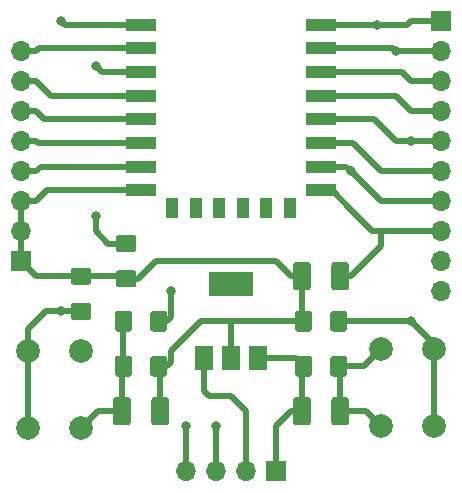
<source format=gbr>
G04 #@! TF.GenerationSoftware,KiCad,Pcbnew,5.1.5-52549c5~84~ubuntu16.04.1*
G04 #@! TF.CreationDate,2020-02-22T18:21:11+01:00*
G04 #@! TF.ProjectId,ESP-12F Board,4553502d-3132-4462-9042-6f6172642e6b,rev?*
G04 #@! TF.SameCoordinates,Original*
G04 #@! TF.FileFunction,Copper,L1,Top*
G04 #@! TF.FilePolarity,Positive*
%FSLAX46Y46*%
G04 Gerber Fmt 4.6, Leading zero omitted, Abs format (unit mm)*
G04 Created by KiCad (PCBNEW 5.1.5-52549c5~84~ubuntu16.04.1) date 2020-02-22 18:21:11*
%MOMM*%
%LPD*%
G04 APERTURE LIST*
%ADD10C,2.000000*%
%ADD11R,1.700000X1.700000*%
%ADD12O,1.700000X1.700000*%
%ADD13R,2.500000X1.000000*%
%ADD14R,1.000000X1.800000*%
%ADD15C,0.100000*%
%ADD16R,3.800000X2.000000*%
%ADD17R,1.500000X2.000000*%
%ADD18C,0.800000*%
%ADD19C,0.500000*%
G04 APERTURE END LIST*
D10*
X167640000Y-100180000D03*
X172140000Y-100180000D03*
X167640000Y-106680000D03*
X172140000Y-106680000D03*
X137740000Y-100330000D03*
X142240000Y-100330000D03*
X137740000Y-106830000D03*
X142240000Y-106830000D03*
D11*
X172720000Y-72390000D03*
D12*
X172720000Y-74930000D03*
X172720000Y-77470000D03*
X172720000Y-80010000D03*
X172720000Y-82550000D03*
X172720000Y-85090000D03*
X172720000Y-87630000D03*
X172720000Y-90170000D03*
X172720000Y-92710000D03*
X172720000Y-95250000D03*
D11*
X137160000Y-92710000D03*
D12*
X137160000Y-90170000D03*
X137160000Y-87630000D03*
X137160000Y-85090000D03*
X137160000Y-82550000D03*
X137160000Y-80010000D03*
X137160000Y-77470000D03*
X137160000Y-74930000D03*
D13*
X147340000Y-72700000D03*
X147340000Y-74700000D03*
X147340000Y-76700000D03*
X147340000Y-78700000D03*
X147340000Y-80700000D03*
X147340000Y-82700000D03*
X147340000Y-84700000D03*
X147340000Y-86700000D03*
D14*
X149940000Y-88200000D03*
X151940000Y-88200000D03*
X153940000Y-88200000D03*
X155940000Y-88200000D03*
X157940000Y-88200000D03*
X159940000Y-88200000D03*
D13*
X162540000Y-86700000D03*
X162540000Y-84700000D03*
X162540000Y-82700000D03*
X162540000Y-80700000D03*
X162540000Y-78700000D03*
X162540000Y-76700000D03*
X162540000Y-74700000D03*
X162540000Y-72700000D03*
G04 #@! TA.AperFunction,SMDPad,CuDef*
D15*
G36*
X149469504Y-104236204D02*
G01*
X149493773Y-104239804D01*
X149517571Y-104245765D01*
X149540671Y-104254030D01*
X149562849Y-104264520D01*
X149583893Y-104277133D01*
X149603598Y-104291747D01*
X149621777Y-104308223D01*
X149638253Y-104326402D01*
X149652867Y-104346107D01*
X149665480Y-104367151D01*
X149675970Y-104389329D01*
X149684235Y-104412429D01*
X149690196Y-104436227D01*
X149693796Y-104460496D01*
X149695000Y-104485000D01*
X149695000Y-106335000D01*
X149693796Y-106359504D01*
X149690196Y-106383773D01*
X149684235Y-106407571D01*
X149675970Y-106430671D01*
X149665480Y-106452849D01*
X149652867Y-106473893D01*
X149638253Y-106493598D01*
X149621777Y-106511777D01*
X149603598Y-106528253D01*
X149583893Y-106542867D01*
X149562849Y-106555480D01*
X149540671Y-106565970D01*
X149517571Y-106574235D01*
X149493773Y-106580196D01*
X149469504Y-106583796D01*
X149445000Y-106585000D01*
X148445000Y-106585000D01*
X148420496Y-106583796D01*
X148396227Y-106580196D01*
X148372429Y-106574235D01*
X148349329Y-106565970D01*
X148327151Y-106555480D01*
X148306107Y-106542867D01*
X148286402Y-106528253D01*
X148268223Y-106511777D01*
X148251747Y-106493598D01*
X148237133Y-106473893D01*
X148224520Y-106452849D01*
X148214030Y-106430671D01*
X148205765Y-106407571D01*
X148199804Y-106383773D01*
X148196204Y-106359504D01*
X148195000Y-106335000D01*
X148195000Y-104485000D01*
X148196204Y-104460496D01*
X148199804Y-104436227D01*
X148205765Y-104412429D01*
X148214030Y-104389329D01*
X148224520Y-104367151D01*
X148237133Y-104346107D01*
X148251747Y-104326402D01*
X148268223Y-104308223D01*
X148286402Y-104291747D01*
X148306107Y-104277133D01*
X148327151Y-104264520D01*
X148349329Y-104254030D01*
X148372429Y-104245765D01*
X148396227Y-104239804D01*
X148420496Y-104236204D01*
X148445000Y-104235000D01*
X149445000Y-104235000D01*
X149469504Y-104236204D01*
G37*
G04 #@! TD.AperFunction*
G04 #@! TA.AperFunction,SMDPad,CuDef*
G36*
X146219504Y-104236204D02*
G01*
X146243773Y-104239804D01*
X146267571Y-104245765D01*
X146290671Y-104254030D01*
X146312849Y-104264520D01*
X146333893Y-104277133D01*
X146353598Y-104291747D01*
X146371777Y-104308223D01*
X146388253Y-104326402D01*
X146402867Y-104346107D01*
X146415480Y-104367151D01*
X146425970Y-104389329D01*
X146434235Y-104412429D01*
X146440196Y-104436227D01*
X146443796Y-104460496D01*
X146445000Y-104485000D01*
X146445000Y-106335000D01*
X146443796Y-106359504D01*
X146440196Y-106383773D01*
X146434235Y-106407571D01*
X146425970Y-106430671D01*
X146415480Y-106452849D01*
X146402867Y-106473893D01*
X146388253Y-106493598D01*
X146371777Y-106511777D01*
X146353598Y-106528253D01*
X146333893Y-106542867D01*
X146312849Y-106555480D01*
X146290671Y-106565970D01*
X146267571Y-106574235D01*
X146243773Y-106580196D01*
X146219504Y-106583796D01*
X146195000Y-106585000D01*
X145195000Y-106585000D01*
X145170496Y-106583796D01*
X145146227Y-106580196D01*
X145122429Y-106574235D01*
X145099329Y-106565970D01*
X145077151Y-106555480D01*
X145056107Y-106542867D01*
X145036402Y-106528253D01*
X145018223Y-106511777D01*
X145001747Y-106493598D01*
X144987133Y-106473893D01*
X144974520Y-106452849D01*
X144964030Y-106430671D01*
X144955765Y-106407571D01*
X144949804Y-106383773D01*
X144946204Y-106359504D01*
X144945000Y-106335000D01*
X144945000Y-104485000D01*
X144946204Y-104460496D01*
X144949804Y-104436227D01*
X144955765Y-104412429D01*
X144964030Y-104389329D01*
X144974520Y-104367151D01*
X144987133Y-104346107D01*
X145001747Y-104326402D01*
X145018223Y-104308223D01*
X145036402Y-104291747D01*
X145056107Y-104277133D01*
X145077151Y-104264520D01*
X145099329Y-104254030D01*
X145122429Y-104245765D01*
X145146227Y-104239804D01*
X145170496Y-104236204D01*
X145195000Y-104235000D01*
X146195000Y-104235000D01*
X146219504Y-104236204D01*
G37*
G04 #@! TD.AperFunction*
G04 #@! TA.AperFunction,SMDPad,CuDef*
G36*
X164709504Y-104236204D02*
G01*
X164733773Y-104239804D01*
X164757571Y-104245765D01*
X164780671Y-104254030D01*
X164802849Y-104264520D01*
X164823893Y-104277133D01*
X164843598Y-104291747D01*
X164861777Y-104308223D01*
X164878253Y-104326402D01*
X164892867Y-104346107D01*
X164905480Y-104367151D01*
X164915970Y-104389329D01*
X164924235Y-104412429D01*
X164930196Y-104436227D01*
X164933796Y-104460496D01*
X164935000Y-104485000D01*
X164935000Y-106335000D01*
X164933796Y-106359504D01*
X164930196Y-106383773D01*
X164924235Y-106407571D01*
X164915970Y-106430671D01*
X164905480Y-106452849D01*
X164892867Y-106473893D01*
X164878253Y-106493598D01*
X164861777Y-106511777D01*
X164843598Y-106528253D01*
X164823893Y-106542867D01*
X164802849Y-106555480D01*
X164780671Y-106565970D01*
X164757571Y-106574235D01*
X164733773Y-106580196D01*
X164709504Y-106583796D01*
X164685000Y-106585000D01*
X163685000Y-106585000D01*
X163660496Y-106583796D01*
X163636227Y-106580196D01*
X163612429Y-106574235D01*
X163589329Y-106565970D01*
X163567151Y-106555480D01*
X163546107Y-106542867D01*
X163526402Y-106528253D01*
X163508223Y-106511777D01*
X163491747Y-106493598D01*
X163477133Y-106473893D01*
X163464520Y-106452849D01*
X163454030Y-106430671D01*
X163445765Y-106407571D01*
X163439804Y-106383773D01*
X163436204Y-106359504D01*
X163435000Y-106335000D01*
X163435000Y-104485000D01*
X163436204Y-104460496D01*
X163439804Y-104436227D01*
X163445765Y-104412429D01*
X163454030Y-104389329D01*
X163464520Y-104367151D01*
X163477133Y-104346107D01*
X163491747Y-104326402D01*
X163508223Y-104308223D01*
X163526402Y-104291747D01*
X163546107Y-104277133D01*
X163567151Y-104264520D01*
X163589329Y-104254030D01*
X163612429Y-104245765D01*
X163636227Y-104239804D01*
X163660496Y-104236204D01*
X163685000Y-104235000D01*
X164685000Y-104235000D01*
X164709504Y-104236204D01*
G37*
G04 #@! TD.AperFunction*
G04 #@! TA.AperFunction,SMDPad,CuDef*
G36*
X161459504Y-104236204D02*
G01*
X161483773Y-104239804D01*
X161507571Y-104245765D01*
X161530671Y-104254030D01*
X161552849Y-104264520D01*
X161573893Y-104277133D01*
X161593598Y-104291747D01*
X161611777Y-104308223D01*
X161628253Y-104326402D01*
X161642867Y-104346107D01*
X161655480Y-104367151D01*
X161665970Y-104389329D01*
X161674235Y-104412429D01*
X161680196Y-104436227D01*
X161683796Y-104460496D01*
X161685000Y-104485000D01*
X161685000Y-106335000D01*
X161683796Y-106359504D01*
X161680196Y-106383773D01*
X161674235Y-106407571D01*
X161665970Y-106430671D01*
X161655480Y-106452849D01*
X161642867Y-106473893D01*
X161628253Y-106493598D01*
X161611777Y-106511777D01*
X161593598Y-106528253D01*
X161573893Y-106542867D01*
X161552849Y-106555480D01*
X161530671Y-106565970D01*
X161507571Y-106574235D01*
X161483773Y-106580196D01*
X161459504Y-106583796D01*
X161435000Y-106585000D01*
X160435000Y-106585000D01*
X160410496Y-106583796D01*
X160386227Y-106580196D01*
X160362429Y-106574235D01*
X160339329Y-106565970D01*
X160317151Y-106555480D01*
X160296107Y-106542867D01*
X160276402Y-106528253D01*
X160258223Y-106511777D01*
X160241747Y-106493598D01*
X160227133Y-106473893D01*
X160214520Y-106452849D01*
X160204030Y-106430671D01*
X160195765Y-106407571D01*
X160189804Y-106383773D01*
X160186204Y-106359504D01*
X160185000Y-106335000D01*
X160185000Y-104485000D01*
X160186204Y-104460496D01*
X160189804Y-104436227D01*
X160195765Y-104412429D01*
X160204030Y-104389329D01*
X160214520Y-104367151D01*
X160227133Y-104346107D01*
X160241747Y-104326402D01*
X160258223Y-104308223D01*
X160276402Y-104291747D01*
X160296107Y-104277133D01*
X160317151Y-104264520D01*
X160339329Y-104254030D01*
X160362429Y-104245765D01*
X160386227Y-104239804D01*
X160410496Y-104236204D01*
X160435000Y-104235000D01*
X161435000Y-104235000D01*
X161459504Y-104236204D01*
G37*
G04 #@! TD.AperFunction*
G04 #@! TA.AperFunction,SMDPad,CuDef*
G36*
X164534504Y-100726204D02*
G01*
X164558773Y-100729804D01*
X164582571Y-100735765D01*
X164605671Y-100744030D01*
X164627849Y-100754520D01*
X164648893Y-100767133D01*
X164668598Y-100781747D01*
X164686777Y-100798223D01*
X164703253Y-100816402D01*
X164717867Y-100836107D01*
X164730480Y-100857151D01*
X164740970Y-100879329D01*
X164749235Y-100902429D01*
X164755196Y-100926227D01*
X164758796Y-100950496D01*
X164760000Y-100975000D01*
X164760000Y-102225000D01*
X164758796Y-102249504D01*
X164755196Y-102273773D01*
X164749235Y-102297571D01*
X164740970Y-102320671D01*
X164730480Y-102342849D01*
X164717867Y-102363893D01*
X164703253Y-102383598D01*
X164686777Y-102401777D01*
X164668598Y-102418253D01*
X164648893Y-102432867D01*
X164627849Y-102445480D01*
X164605671Y-102455970D01*
X164582571Y-102464235D01*
X164558773Y-102470196D01*
X164534504Y-102473796D01*
X164510000Y-102475000D01*
X163585000Y-102475000D01*
X163560496Y-102473796D01*
X163536227Y-102470196D01*
X163512429Y-102464235D01*
X163489329Y-102455970D01*
X163467151Y-102445480D01*
X163446107Y-102432867D01*
X163426402Y-102418253D01*
X163408223Y-102401777D01*
X163391747Y-102383598D01*
X163377133Y-102363893D01*
X163364520Y-102342849D01*
X163354030Y-102320671D01*
X163345765Y-102297571D01*
X163339804Y-102273773D01*
X163336204Y-102249504D01*
X163335000Y-102225000D01*
X163335000Y-100975000D01*
X163336204Y-100950496D01*
X163339804Y-100926227D01*
X163345765Y-100902429D01*
X163354030Y-100879329D01*
X163364520Y-100857151D01*
X163377133Y-100836107D01*
X163391747Y-100816402D01*
X163408223Y-100798223D01*
X163426402Y-100781747D01*
X163446107Y-100767133D01*
X163467151Y-100754520D01*
X163489329Y-100744030D01*
X163512429Y-100735765D01*
X163536227Y-100729804D01*
X163560496Y-100726204D01*
X163585000Y-100725000D01*
X164510000Y-100725000D01*
X164534504Y-100726204D01*
G37*
G04 #@! TD.AperFunction*
G04 #@! TA.AperFunction,SMDPad,CuDef*
G36*
X161559504Y-100726204D02*
G01*
X161583773Y-100729804D01*
X161607571Y-100735765D01*
X161630671Y-100744030D01*
X161652849Y-100754520D01*
X161673893Y-100767133D01*
X161693598Y-100781747D01*
X161711777Y-100798223D01*
X161728253Y-100816402D01*
X161742867Y-100836107D01*
X161755480Y-100857151D01*
X161765970Y-100879329D01*
X161774235Y-100902429D01*
X161780196Y-100926227D01*
X161783796Y-100950496D01*
X161785000Y-100975000D01*
X161785000Y-102225000D01*
X161783796Y-102249504D01*
X161780196Y-102273773D01*
X161774235Y-102297571D01*
X161765970Y-102320671D01*
X161755480Y-102342849D01*
X161742867Y-102363893D01*
X161728253Y-102383598D01*
X161711777Y-102401777D01*
X161693598Y-102418253D01*
X161673893Y-102432867D01*
X161652849Y-102445480D01*
X161630671Y-102455970D01*
X161607571Y-102464235D01*
X161583773Y-102470196D01*
X161559504Y-102473796D01*
X161535000Y-102475000D01*
X160610000Y-102475000D01*
X160585496Y-102473796D01*
X160561227Y-102470196D01*
X160537429Y-102464235D01*
X160514329Y-102455970D01*
X160492151Y-102445480D01*
X160471107Y-102432867D01*
X160451402Y-102418253D01*
X160433223Y-102401777D01*
X160416747Y-102383598D01*
X160402133Y-102363893D01*
X160389520Y-102342849D01*
X160379030Y-102320671D01*
X160370765Y-102297571D01*
X160364804Y-102273773D01*
X160361204Y-102249504D01*
X160360000Y-102225000D01*
X160360000Y-100975000D01*
X160361204Y-100950496D01*
X160364804Y-100926227D01*
X160370765Y-100902429D01*
X160379030Y-100879329D01*
X160389520Y-100857151D01*
X160402133Y-100836107D01*
X160416747Y-100816402D01*
X160433223Y-100798223D01*
X160451402Y-100781747D01*
X160471107Y-100767133D01*
X160492151Y-100754520D01*
X160514329Y-100744030D01*
X160537429Y-100735765D01*
X160561227Y-100729804D01*
X160585496Y-100726204D01*
X160610000Y-100725000D01*
X161535000Y-100725000D01*
X161559504Y-100726204D01*
G37*
G04 #@! TD.AperFunction*
G04 #@! TA.AperFunction,SMDPad,CuDef*
G36*
X149294504Y-100726204D02*
G01*
X149318773Y-100729804D01*
X149342571Y-100735765D01*
X149365671Y-100744030D01*
X149387849Y-100754520D01*
X149408893Y-100767133D01*
X149428598Y-100781747D01*
X149446777Y-100798223D01*
X149463253Y-100816402D01*
X149477867Y-100836107D01*
X149490480Y-100857151D01*
X149500970Y-100879329D01*
X149509235Y-100902429D01*
X149515196Y-100926227D01*
X149518796Y-100950496D01*
X149520000Y-100975000D01*
X149520000Y-102225000D01*
X149518796Y-102249504D01*
X149515196Y-102273773D01*
X149509235Y-102297571D01*
X149500970Y-102320671D01*
X149490480Y-102342849D01*
X149477867Y-102363893D01*
X149463253Y-102383598D01*
X149446777Y-102401777D01*
X149428598Y-102418253D01*
X149408893Y-102432867D01*
X149387849Y-102445480D01*
X149365671Y-102455970D01*
X149342571Y-102464235D01*
X149318773Y-102470196D01*
X149294504Y-102473796D01*
X149270000Y-102475000D01*
X148345000Y-102475000D01*
X148320496Y-102473796D01*
X148296227Y-102470196D01*
X148272429Y-102464235D01*
X148249329Y-102455970D01*
X148227151Y-102445480D01*
X148206107Y-102432867D01*
X148186402Y-102418253D01*
X148168223Y-102401777D01*
X148151747Y-102383598D01*
X148137133Y-102363893D01*
X148124520Y-102342849D01*
X148114030Y-102320671D01*
X148105765Y-102297571D01*
X148099804Y-102273773D01*
X148096204Y-102249504D01*
X148095000Y-102225000D01*
X148095000Y-100975000D01*
X148096204Y-100950496D01*
X148099804Y-100926227D01*
X148105765Y-100902429D01*
X148114030Y-100879329D01*
X148124520Y-100857151D01*
X148137133Y-100836107D01*
X148151747Y-100816402D01*
X148168223Y-100798223D01*
X148186402Y-100781747D01*
X148206107Y-100767133D01*
X148227151Y-100754520D01*
X148249329Y-100744030D01*
X148272429Y-100735765D01*
X148296227Y-100729804D01*
X148320496Y-100726204D01*
X148345000Y-100725000D01*
X149270000Y-100725000D01*
X149294504Y-100726204D01*
G37*
G04 #@! TD.AperFunction*
G04 #@! TA.AperFunction,SMDPad,CuDef*
G36*
X146319504Y-100726204D02*
G01*
X146343773Y-100729804D01*
X146367571Y-100735765D01*
X146390671Y-100744030D01*
X146412849Y-100754520D01*
X146433893Y-100767133D01*
X146453598Y-100781747D01*
X146471777Y-100798223D01*
X146488253Y-100816402D01*
X146502867Y-100836107D01*
X146515480Y-100857151D01*
X146525970Y-100879329D01*
X146534235Y-100902429D01*
X146540196Y-100926227D01*
X146543796Y-100950496D01*
X146545000Y-100975000D01*
X146545000Y-102225000D01*
X146543796Y-102249504D01*
X146540196Y-102273773D01*
X146534235Y-102297571D01*
X146525970Y-102320671D01*
X146515480Y-102342849D01*
X146502867Y-102363893D01*
X146488253Y-102383598D01*
X146471777Y-102401777D01*
X146453598Y-102418253D01*
X146433893Y-102432867D01*
X146412849Y-102445480D01*
X146390671Y-102455970D01*
X146367571Y-102464235D01*
X146343773Y-102470196D01*
X146319504Y-102473796D01*
X146295000Y-102475000D01*
X145370000Y-102475000D01*
X145345496Y-102473796D01*
X145321227Y-102470196D01*
X145297429Y-102464235D01*
X145274329Y-102455970D01*
X145252151Y-102445480D01*
X145231107Y-102432867D01*
X145211402Y-102418253D01*
X145193223Y-102401777D01*
X145176747Y-102383598D01*
X145162133Y-102363893D01*
X145149520Y-102342849D01*
X145139030Y-102320671D01*
X145130765Y-102297571D01*
X145124804Y-102273773D01*
X145121204Y-102249504D01*
X145120000Y-102225000D01*
X145120000Y-100975000D01*
X145121204Y-100950496D01*
X145124804Y-100926227D01*
X145130765Y-100902429D01*
X145139030Y-100879329D01*
X145149520Y-100857151D01*
X145162133Y-100836107D01*
X145176747Y-100816402D01*
X145193223Y-100798223D01*
X145211402Y-100781747D01*
X145231107Y-100767133D01*
X145252151Y-100754520D01*
X145274329Y-100744030D01*
X145297429Y-100735765D01*
X145321227Y-100729804D01*
X145345496Y-100726204D01*
X145370000Y-100725000D01*
X146295000Y-100725000D01*
X146319504Y-100726204D01*
G37*
G04 #@! TD.AperFunction*
G04 #@! TA.AperFunction,SMDPad,CuDef*
G36*
X161459504Y-92806204D02*
G01*
X161483773Y-92809804D01*
X161507571Y-92815765D01*
X161530671Y-92824030D01*
X161552849Y-92834520D01*
X161573893Y-92847133D01*
X161593598Y-92861747D01*
X161611777Y-92878223D01*
X161628253Y-92896402D01*
X161642867Y-92916107D01*
X161655480Y-92937151D01*
X161665970Y-92959329D01*
X161674235Y-92982429D01*
X161680196Y-93006227D01*
X161683796Y-93030496D01*
X161685000Y-93055000D01*
X161685000Y-94905000D01*
X161683796Y-94929504D01*
X161680196Y-94953773D01*
X161674235Y-94977571D01*
X161665970Y-95000671D01*
X161655480Y-95022849D01*
X161642867Y-95043893D01*
X161628253Y-95063598D01*
X161611777Y-95081777D01*
X161593598Y-95098253D01*
X161573893Y-95112867D01*
X161552849Y-95125480D01*
X161530671Y-95135970D01*
X161507571Y-95144235D01*
X161483773Y-95150196D01*
X161459504Y-95153796D01*
X161435000Y-95155000D01*
X160435000Y-95155000D01*
X160410496Y-95153796D01*
X160386227Y-95150196D01*
X160362429Y-95144235D01*
X160339329Y-95135970D01*
X160317151Y-95125480D01*
X160296107Y-95112867D01*
X160276402Y-95098253D01*
X160258223Y-95081777D01*
X160241747Y-95063598D01*
X160227133Y-95043893D01*
X160214520Y-95022849D01*
X160204030Y-95000671D01*
X160195765Y-94977571D01*
X160189804Y-94953773D01*
X160186204Y-94929504D01*
X160185000Y-94905000D01*
X160185000Y-93055000D01*
X160186204Y-93030496D01*
X160189804Y-93006227D01*
X160195765Y-92982429D01*
X160204030Y-92959329D01*
X160214520Y-92937151D01*
X160227133Y-92916107D01*
X160241747Y-92896402D01*
X160258223Y-92878223D01*
X160276402Y-92861747D01*
X160296107Y-92847133D01*
X160317151Y-92834520D01*
X160339329Y-92824030D01*
X160362429Y-92815765D01*
X160386227Y-92809804D01*
X160410496Y-92806204D01*
X160435000Y-92805000D01*
X161435000Y-92805000D01*
X161459504Y-92806204D01*
G37*
G04 #@! TD.AperFunction*
G04 #@! TA.AperFunction,SMDPad,CuDef*
G36*
X164709504Y-92806204D02*
G01*
X164733773Y-92809804D01*
X164757571Y-92815765D01*
X164780671Y-92824030D01*
X164802849Y-92834520D01*
X164823893Y-92847133D01*
X164843598Y-92861747D01*
X164861777Y-92878223D01*
X164878253Y-92896402D01*
X164892867Y-92916107D01*
X164905480Y-92937151D01*
X164915970Y-92959329D01*
X164924235Y-92982429D01*
X164930196Y-93006227D01*
X164933796Y-93030496D01*
X164935000Y-93055000D01*
X164935000Y-94905000D01*
X164933796Y-94929504D01*
X164930196Y-94953773D01*
X164924235Y-94977571D01*
X164915970Y-95000671D01*
X164905480Y-95022849D01*
X164892867Y-95043893D01*
X164878253Y-95063598D01*
X164861777Y-95081777D01*
X164843598Y-95098253D01*
X164823893Y-95112867D01*
X164802849Y-95125480D01*
X164780671Y-95135970D01*
X164757571Y-95144235D01*
X164733773Y-95150196D01*
X164709504Y-95153796D01*
X164685000Y-95155000D01*
X163685000Y-95155000D01*
X163660496Y-95153796D01*
X163636227Y-95150196D01*
X163612429Y-95144235D01*
X163589329Y-95135970D01*
X163567151Y-95125480D01*
X163546107Y-95112867D01*
X163526402Y-95098253D01*
X163508223Y-95081777D01*
X163491747Y-95063598D01*
X163477133Y-95043893D01*
X163464520Y-95022849D01*
X163454030Y-95000671D01*
X163445765Y-94977571D01*
X163439804Y-94953773D01*
X163436204Y-94929504D01*
X163435000Y-94905000D01*
X163435000Y-93055000D01*
X163436204Y-93030496D01*
X163439804Y-93006227D01*
X163445765Y-92982429D01*
X163454030Y-92959329D01*
X163464520Y-92937151D01*
X163477133Y-92916107D01*
X163491747Y-92896402D01*
X163508223Y-92878223D01*
X163526402Y-92861747D01*
X163546107Y-92847133D01*
X163567151Y-92834520D01*
X163589329Y-92824030D01*
X163612429Y-92815765D01*
X163636227Y-92809804D01*
X163660496Y-92806204D01*
X163685000Y-92805000D01*
X164685000Y-92805000D01*
X164709504Y-92806204D01*
G37*
G04 #@! TD.AperFunction*
G04 #@! TA.AperFunction,SMDPad,CuDef*
G36*
X146699504Y-90511204D02*
G01*
X146723773Y-90514804D01*
X146747571Y-90520765D01*
X146770671Y-90529030D01*
X146792849Y-90539520D01*
X146813893Y-90552133D01*
X146833598Y-90566747D01*
X146851777Y-90583223D01*
X146868253Y-90601402D01*
X146882867Y-90621107D01*
X146895480Y-90642151D01*
X146905970Y-90664329D01*
X146914235Y-90687429D01*
X146920196Y-90711227D01*
X146923796Y-90735496D01*
X146925000Y-90760000D01*
X146925000Y-91685000D01*
X146923796Y-91709504D01*
X146920196Y-91733773D01*
X146914235Y-91757571D01*
X146905970Y-91780671D01*
X146895480Y-91802849D01*
X146882867Y-91823893D01*
X146868253Y-91843598D01*
X146851777Y-91861777D01*
X146833598Y-91878253D01*
X146813893Y-91892867D01*
X146792849Y-91905480D01*
X146770671Y-91915970D01*
X146747571Y-91924235D01*
X146723773Y-91930196D01*
X146699504Y-91933796D01*
X146675000Y-91935000D01*
X145425000Y-91935000D01*
X145400496Y-91933796D01*
X145376227Y-91930196D01*
X145352429Y-91924235D01*
X145329329Y-91915970D01*
X145307151Y-91905480D01*
X145286107Y-91892867D01*
X145266402Y-91878253D01*
X145248223Y-91861777D01*
X145231747Y-91843598D01*
X145217133Y-91823893D01*
X145204520Y-91802849D01*
X145194030Y-91780671D01*
X145185765Y-91757571D01*
X145179804Y-91733773D01*
X145176204Y-91709504D01*
X145175000Y-91685000D01*
X145175000Y-90760000D01*
X145176204Y-90735496D01*
X145179804Y-90711227D01*
X145185765Y-90687429D01*
X145194030Y-90664329D01*
X145204520Y-90642151D01*
X145217133Y-90621107D01*
X145231747Y-90601402D01*
X145248223Y-90583223D01*
X145266402Y-90566747D01*
X145286107Y-90552133D01*
X145307151Y-90539520D01*
X145329329Y-90529030D01*
X145352429Y-90520765D01*
X145376227Y-90514804D01*
X145400496Y-90511204D01*
X145425000Y-90510000D01*
X146675000Y-90510000D01*
X146699504Y-90511204D01*
G37*
G04 #@! TD.AperFunction*
G04 #@! TA.AperFunction,SMDPad,CuDef*
G36*
X146699504Y-93486204D02*
G01*
X146723773Y-93489804D01*
X146747571Y-93495765D01*
X146770671Y-93504030D01*
X146792849Y-93514520D01*
X146813893Y-93527133D01*
X146833598Y-93541747D01*
X146851777Y-93558223D01*
X146868253Y-93576402D01*
X146882867Y-93596107D01*
X146895480Y-93617151D01*
X146905970Y-93639329D01*
X146914235Y-93662429D01*
X146920196Y-93686227D01*
X146923796Y-93710496D01*
X146925000Y-93735000D01*
X146925000Y-94660000D01*
X146923796Y-94684504D01*
X146920196Y-94708773D01*
X146914235Y-94732571D01*
X146905970Y-94755671D01*
X146895480Y-94777849D01*
X146882867Y-94798893D01*
X146868253Y-94818598D01*
X146851777Y-94836777D01*
X146833598Y-94853253D01*
X146813893Y-94867867D01*
X146792849Y-94880480D01*
X146770671Y-94890970D01*
X146747571Y-94899235D01*
X146723773Y-94905196D01*
X146699504Y-94908796D01*
X146675000Y-94910000D01*
X145425000Y-94910000D01*
X145400496Y-94908796D01*
X145376227Y-94905196D01*
X145352429Y-94899235D01*
X145329329Y-94890970D01*
X145307151Y-94880480D01*
X145286107Y-94867867D01*
X145266402Y-94853253D01*
X145248223Y-94836777D01*
X145231747Y-94818598D01*
X145217133Y-94798893D01*
X145204520Y-94777849D01*
X145194030Y-94755671D01*
X145185765Y-94732571D01*
X145179804Y-94708773D01*
X145176204Y-94684504D01*
X145175000Y-94660000D01*
X145175000Y-93735000D01*
X145176204Y-93710496D01*
X145179804Y-93686227D01*
X145185765Y-93662429D01*
X145194030Y-93639329D01*
X145204520Y-93617151D01*
X145217133Y-93596107D01*
X145231747Y-93576402D01*
X145248223Y-93558223D01*
X145266402Y-93541747D01*
X145286107Y-93527133D01*
X145307151Y-93514520D01*
X145329329Y-93504030D01*
X145352429Y-93495765D01*
X145376227Y-93489804D01*
X145400496Y-93486204D01*
X145425000Y-93485000D01*
X146675000Y-93485000D01*
X146699504Y-93486204D01*
G37*
G04 #@! TD.AperFunction*
G04 #@! TA.AperFunction,SMDPad,CuDef*
G36*
X142889504Y-93268704D02*
G01*
X142913773Y-93272304D01*
X142937571Y-93278265D01*
X142960671Y-93286530D01*
X142982849Y-93297020D01*
X143003893Y-93309633D01*
X143023598Y-93324247D01*
X143041777Y-93340723D01*
X143058253Y-93358902D01*
X143072867Y-93378607D01*
X143085480Y-93399651D01*
X143095970Y-93421829D01*
X143104235Y-93444929D01*
X143110196Y-93468727D01*
X143113796Y-93492996D01*
X143115000Y-93517500D01*
X143115000Y-94442500D01*
X143113796Y-94467004D01*
X143110196Y-94491273D01*
X143104235Y-94515071D01*
X143095970Y-94538171D01*
X143085480Y-94560349D01*
X143072867Y-94581393D01*
X143058253Y-94601098D01*
X143041777Y-94619277D01*
X143023598Y-94635753D01*
X143003893Y-94650367D01*
X142982849Y-94662980D01*
X142960671Y-94673470D01*
X142937571Y-94681735D01*
X142913773Y-94687696D01*
X142889504Y-94691296D01*
X142865000Y-94692500D01*
X141615000Y-94692500D01*
X141590496Y-94691296D01*
X141566227Y-94687696D01*
X141542429Y-94681735D01*
X141519329Y-94673470D01*
X141497151Y-94662980D01*
X141476107Y-94650367D01*
X141456402Y-94635753D01*
X141438223Y-94619277D01*
X141421747Y-94601098D01*
X141407133Y-94581393D01*
X141394520Y-94560349D01*
X141384030Y-94538171D01*
X141375765Y-94515071D01*
X141369804Y-94491273D01*
X141366204Y-94467004D01*
X141365000Y-94442500D01*
X141365000Y-93517500D01*
X141366204Y-93492996D01*
X141369804Y-93468727D01*
X141375765Y-93444929D01*
X141384030Y-93421829D01*
X141394520Y-93399651D01*
X141407133Y-93378607D01*
X141421747Y-93358902D01*
X141438223Y-93340723D01*
X141456402Y-93324247D01*
X141476107Y-93309633D01*
X141497151Y-93297020D01*
X141519329Y-93286530D01*
X141542429Y-93278265D01*
X141566227Y-93272304D01*
X141590496Y-93268704D01*
X141615000Y-93267500D01*
X142865000Y-93267500D01*
X142889504Y-93268704D01*
G37*
G04 #@! TD.AperFunction*
G04 #@! TA.AperFunction,SMDPad,CuDef*
G36*
X142889504Y-96243704D02*
G01*
X142913773Y-96247304D01*
X142937571Y-96253265D01*
X142960671Y-96261530D01*
X142982849Y-96272020D01*
X143003893Y-96284633D01*
X143023598Y-96299247D01*
X143041777Y-96315723D01*
X143058253Y-96333902D01*
X143072867Y-96353607D01*
X143085480Y-96374651D01*
X143095970Y-96396829D01*
X143104235Y-96419929D01*
X143110196Y-96443727D01*
X143113796Y-96467996D01*
X143115000Y-96492500D01*
X143115000Y-97417500D01*
X143113796Y-97442004D01*
X143110196Y-97466273D01*
X143104235Y-97490071D01*
X143095970Y-97513171D01*
X143085480Y-97535349D01*
X143072867Y-97556393D01*
X143058253Y-97576098D01*
X143041777Y-97594277D01*
X143023598Y-97610753D01*
X143003893Y-97625367D01*
X142982849Y-97637980D01*
X142960671Y-97648470D01*
X142937571Y-97656735D01*
X142913773Y-97662696D01*
X142889504Y-97666296D01*
X142865000Y-97667500D01*
X141615000Y-97667500D01*
X141590496Y-97666296D01*
X141566227Y-97662696D01*
X141542429Y-97656735D01*
X141519329Y-97648470D01*
X141497151Y-97637980D01*
X141476107Y-97625367D01*
X141456402Y-97610753D01*
X141438223Y-97594277D01*
X141421747Y-97576098D01*
X141407133Y-97556393D01*
X141394520Y-97535349D01*
X141384030Y-97513171D01*
X141375765Y-97490071D01*
X141369804Y-97466273D01*
X141366204Y-97442004D01*
X141365000Y-97417500D01*
X141365000Y-96492500D01*
X141366204Y-96467996D01*
X141369804Y-96443727D01*
X141375765Y-96419929D01*
X141384030Y-96396829D01*
X141394520Y-96374651D01*
X141407133Y-96353607D01*
X141421747Y-96333902D01*
X141438223Y-96315723D01*
X141456402Y-96299247D01*
X141476107Y-96284633D01*
X141497151Y-96272020D01*
X141519329Y-96261530D01*
X141542429Y-96253265D01*
X141566227Y-96247304D01*
X141590496Y-96243704D01*
X141615000Y-96242500D01*
X142865000Y-96242500D01*
X142889504Y-96243704D01*
G37*
G04 #@! TD.AperFunction*
G04 #@! TA.AperFunction,SMDPad,CuDef*
G36*
X146319504Y-96916204D02*
G01*
X146343773Y-96919804D01*
X146367571Y-96925765D01*
X146390671Y-96934030D01*
X146412849Y-96944520D01*
X146433893Y-96957133D01*
X146453598Y-96971747D01*
X146471777Y-96988223D01*
X146488253Y-97006402D01*
X146502867Y-97026107D01*
X146515480Y-97047151D01*
X146525970Y-97069329D01*
X146534235Y-97092429D01*
X146540196Y-97116227D01*
X146543796Y-97140496D01*
X146545000Y-97165000D01*
X146545000Y-98415000D01*
X146543796Y-98439504D01*
X146540196Y-98463773D01*
X146534235Y-98487571D01*
X146525970Y-98510671D01*
X146515480Y-98532849D01*
X146502867Y-98553893D01*
X146488253Y-98573598D01*
X146471777Y-98591777D01*
X146453598Y-98608253D01*
X146433893Y-98622867D01*
X146412849Y-98635480D01*
X146390671Y-98645970D01*
X146367571Y-98654235D01*
X146343773Y-98660196D01*
X146319504Y-98663796D01*
X146295000Y-98665000D01*
X145370000Y-98665000D01*
X145345496Y-98663796D01*
X145321227Y-98660196D01*
X145297429Y-98654235D01*
X145274329Y-98645970D01*
X145252151Y-98635480D01*
X145231107Y-98622867D01*
X145211402Y-98608253D01*
X145193223Y-98591777D01*
X145176747Y-98573598D01*
X145162133Y-98553893D01*
X145149520Y-98532849D01*
X145139030Y-98510671D01*
X145130765Y-98487571D01*
X145124804Y-98463773D01*
X145121204Y-98439504D01*
X145120000Y-98415000D01*
X145120000Y-97165000D01*
X145121204Y-97140496D01*
X145124804Y-97116227D01*
X145130765Y-97092429D01*
X145139030Y-97069329D01*
X145149520Y-97047151D01*
X145162133Y-97026107D01*
X145176747Y-97006402D01*
X145193223Y-96988223D01*
X145211402Y-96971747D01*
X145231107Y-96957133D01*
X145252151Y-96944520D01*
X145274329Y-96934030D01*
X145297429Y-96925765D01*
X145321227Y-96919804D01*
X145345496Y-96916204D01*
X145370000Y-96915000D01*
X146295000Y-96915000D01*
X146319504Y-96916204D01*
G37*
G04 #@! TD.AperFunction*
G04 #@! TA.AperFunction,SMDPad,CuDef*
G36*
X149294504Y-96916204D02*
G01*
X149318773Y-96919804D01*
X149342571Y-96925765D01*
X149365671Y-96934030D01*
X149387849Y-96944520D01*
X149408893Y-96957133D01*
X149428598Y-96971747D01*
X149446777Y-96988223D01*
X149463253Y-97006402D01*
X149477867Y-97026107D01*
X149490480Y-97047151D01*
X149500970Y-97069329D01*
X149509235Y-97092429D01*
X149515196Y-97116227D01*
X149518796Y-97140496D01*
X149520000Y-97165000D01*
X149520000Y-98415000D01*
X149518796Y-98439504D01*
X149515196Y-98463773D01*
X149509235Y-98487571D01*
X149500970Y-98510671D01*
X149490480Y-98532849D01*
X149477867Y-98553893D01*
X149463253Y-98573598D01*
X149446777Y-98591777D01*
X149428598Y-98608253D01*
X149408893Y-98622867D01*
X149387849Y-98635480D01*
X149365671Y-98645970D01*
X149342571Y-98654235D01*
X149318773Y-98660196D01*
X149294504Y-98663796D01*
X149270000Y-98665000D01*
X148345000Y-98665000D01*
X148320496Y-98663796D01*
X148296227Y-98660196D01*
X148272429Y-98654235D01*
X148249329Y-98645970D01*
X148227151Y-98635480D01*
X148206107Y-98622867D01*
X148186402Y-98608253D01*
X148168223Y-98591777D01*
X148151747Y-98573598D01*
X148137133Y-98553893D01*
X148124520Y-98532849D01*
X148114030Y-98510671D01*
X148105765Y-98487571D01*
X148099804Y-98463773D01*
X148096204Y-98439504D01*
X148095000Y-98415000D01*
X148095000Y-97165000D01*
X148096204Y-97140496D01*
X148099804Y-97116227D01*
X148105765Y-97092429D01*
X148114030Y-97069329D01*
X148124520Y-97047151D01*
X148137133Y-97026107D01*
X148151747Y-97006402D01*
X148168223Y-96988223D01*
X148186402Y-96971747D01*
X148206107Y-96957133D01*
X148227151Y-96944520D01*
X148249329Y-96934030D01*
X148272429Y-96925765D01*
X148296227Y-96919804D01*
X148320496Y-96916204D01*
X148345000Y-96915000D01*
X149270000Y-96915000D01*
X149294504Y-96916204D01*
G37*
G04 #@! TD.AperFunction*
G04 #@! TA.AperFunction,SMDPad,CuDef*
G36*
X164534504Y-96916204D02*
G01*
X164558773Y-96919804D01*
X164582571Y-96925765D01*
X164605671Y-96934030D01*
X164627849Y-96944520D01*
X164648893Y-96957133D01*
X164668598Y-96971747D01*
X164686777Y-96988223D01*
X164703253Y-97006402D01*
X164717867Y-97026107D01*
X164730480Y-97047151D01*
X164740970Y-97069329D01*
X164749235Y-97092429D01*
X164755196Y-97116227D01*
X164758796Y-97140496D01*
X164760000Y-97165000D01*
X164760000Y-98415000D01*
X164758796Y-98439504D01*
X164755196Y-98463773D01*
X164749235Y-98487571D01*
X164740970Y-98510671D01*
X164730480Y-98532849D01*
X164717867Y-98553893D01*
X164703253Y-98573598D01*
X164686777Y-98591777D01*
X164668598Y-98608253D01*
X164648893Y-98622867D01*
X164627849Y-98635480D01*
X164605671Y-98645970D01*
X164582571Y-98654235D01*
X164558773Y-98660196D01*
X164534504Y-98663796D01*
X164510000Y-98665000D01*
X163585000Y-98665000D01*
X163560496Y-98663796D01*
X163536227Y-98660196D01*
X163512429Y-98654235D01*
X163489329Y-98645970D01*
X163467151Y-98635480D01*
X163446107Y-98622867D01*
X163426402Y-98608253D01*
X163408223Y-98591777D01*
X163391747Y-98573598D01*
X163377133Y-98553893D01*
X163364520Y-98532849D01*
X163354030Y-98510671D01*
X163345765Y-98487571D01*
X163339804Y-98463773D01*
X163336204Y-98439504D01*
X163335000Y-98415000D01*
X163335000Y-97165000D01*
X163336204Y-97140496D01*
X163339804Y-97116227D01*
X163345765Y-97092429D01*
X163354030Y-97069329D01*
X163364520Y-97047151D01*
X163377133Y-97026107D01*
X163391747Y-97006402D01*
X163408223Y-96988223D01*
X163426402Y-96971747D01*
X163446107Y-96957133D01*
X163467151Y-96944520D01*
X163489329Y-96934030D01*
X163512429Y-96925765D01*
X163536227Y-96919804D01*
X163560496Y-96916204D01*
X163585000Y-96915000D01*
X164510000Y-96915000D01*
X164534504Y-96916204D01*
G37*
G04 #@! TD.AperFunction*
G04 #@! TA.AperFunction,SMDPad,CuDef*
G36*
X161559504Y-96916204D02*
G01*
X161583773Y-96919804D01*
X161607571Y-96925765D01*
X161630671Y-96934030D01*
X161652849Y-96944520D01*
X161673893Y-96957133D01*
X161693598Y-96971747D01*
X161711777Y-96988223D01*
X161728253Y-97006402D01*
X161742867Y-97026107D01*
X161755480Y-97047151D01*
X161765970Y-97069329D01*
X161774235Y-97092429D01*
X161780196Y-97116227D01*
X161783796Y-97140496D01*
X161785000Y-97165000D01*
X161785000Y-98415000D01*
X161783796Y-98439504D01*
X161780196Y-98463773D01*
X161774235Y-98487571D01*
X161765970Y-98510671D01*
X161755480Y-98532849D01*
X161742867Y-98553893D01*
X161728253Y-98573598D01*
X161711777Y-98591777D01*
X161693598Y-98608253D01*
X161673893Y-98622867D01*
X161652849Y-98635480D01*
X161630671Y-98645970D01*
X161607571Y-98654235D01*
X161583773Y-98660196D01*
X161559504Y-98663796D01*
X161535000Y-98665000D01*
X160610000Y-98665000D01*
X160585496Y-98663796D01*
X160561227Y-98660196D01*
X160537429Y-98654235D01*
X160514329Y-98645970D01*
X160492151Y-98635480D01*
X160471107Y-98622867D01*
X160451402Y-98608253D01*
X160433223Y-98591777D01*
X160416747Y-98573598D01*
X160402133Y-98553893D01*
X160389520Y-98532849D01*
X160379030Y-98510671D01*
X160370765Y-98487571D01*
X160364804Y-98463773D01*
X160361204Y-98439504D01*
X160360000Y-98415000D01*
X160360000Y-97165000D01*
X160361204Y-97140496D01*
X160364804Y-97116227D01*
X160370765Y-97092429D01*
X160379030Y-97069329D01*
X160389520Y-97047151D01*
X160402133Y-97026107D01*
X160416747Y-97006402D01*
X160433223Y-96988223D01*
X160451402Y-96971747D01*
X160471107Y-96957133D01*
X160492151Y-96944520D01*
X160514329Y-96934030D01*
X160537429Y-96925765D01*
X160561227Y-96919804D01*
X160585496Y-96916204D01*
X160610000Y-96915000D01*
X161535000Y-96915000D01*
X161559504Y-96916204D01*
G37*
G04 #@! TD.AperFunction*
D16*
X154940000Y-94640000D03*
D17*
X154940000Y-100940000D03*
X157240000Y-100940000D03*
X152640000Y-100940000D03*
D11*
X158750000Y-110490000D03*
D12*
X156210000Y-110490000D03*
X153670000Y-110490000D03*
X151130000Y-110490000D03*
D18*
X153670000Y-106680000D03*
X168910000Y-74930000D03*
X167330000Y-72700000D03*
X151130000Y-106680000D03*
X170180000Y-82550000D03*
X170180000Y-97790000D03*
X165100000Y-85090000D03*
X149860000Y-95250000D03*
X143510000Y-88900000D03*
X143510000Y-76200000D03*
X140535000Y-96955000D03*
X140535000Y-72390000D03*
D19*
X163830000Y-105765000D02*
X164185000Y-105410000D01*
X164185000Y-101737500D02*
X164047500Y-101600000D01*
X164185000Y-105410000D02*
X164185000Y-101737500D01*
X142240000Y-106830000D02*
X143660000Y-105410000D01*
X143660000Y-105410000D02*
X145695000Y-105410000D01*
X145695000Y-101737500D02*
X145832500Y-101600000D01*
X145695000Y-105410000D02*
X145695000Y-101737500D01*
X145832500Y-101600000D02*
X145832500Y-97790000D01*
X163444990Y-86700000D02*
X165100000Y-88355010D01*
X162540000Y-86700000D02*
X163444990Y-86700000D01*
X166914990Y-90170000D02*
X172720000Y-90170000D01*
X165100000Y-88355010D02*
X166914990Y-90170000D01*
X164185000Y-93980000D02*
X165100000Y-93980000D01*
X165100000Y-93980000D02*
X166370000Y-92710000D01*
X166370000Y-92710000D02*
X167640000Y-91440000D01*
X167640000Y-91440000D02*
X167640000Y-90170000D01*
X166220000Y-101600000D02*
X167640000Y-100180000D01*
X164047500Y-101600000D02*
X166220000Y-101600000D01*
X166370000Y-105410000D02*
X167640000Y-106680000D01*
X164185000Y-105410000D02*
X166370000Y-105410000D01*
X156210000Y-105410000D02*
X154940000Y-104140000D01*
X153070000Y-104140000D02*
X152640000Y-103710000D01*
X154940000Y-104140000D02*
X153070000Y-104140000D01*
X156210000Y-110490000D02*
X156210000Y-105410000D01*
X152640000Y-103710000D02*
X152640000Y-100940000D01*
X137160000Y-87630000D02*
X137160000Y-92710000D01*
X147340000Y-86700000D02*
X139360000Y-86700000D01*
X138430000Y-87630000D02*
X137160000Y-87630000D01*
X139360000Y-86700000D02*
X138430000Y-87630000D01*
X160717500Y-94197500D02*
X160935000Y-93980000D01*
X160935000Y-97652500D02*
X161072500Y-97790000D01*
X160935000Y-93980000D02*
X160935000Y-97652500D01*
X148945000Y-101737500D02*
X148807500Y-101600000D01*
X148945000Y-105410000D02*
X148945000Y-101737500D01*
X157480000Y-97790000D02*
X161072500Y-97790000D01*
X148807500Y-101600000D02*
X149520000Y-101600000D01*
X149520000Y-101600000D02*
X149860000Y-101260000D01*
X149860000Y-101260000D02*
X149860000Y-100330000D01*
X149860000Y-100330000D02*
X152400000Y-97790000D01*
X154940000Y-100940000D02*
X154940000Y-97790000D01*
X154940000Y-97790000D02*
X157480000Y-97790000D01*
X152400000Y-97790000D02*
X154940000Y-97790000D01*
X160020000Y-93980000D02*
X160935000Y-93980000D01*
X148590000Y-92710000D02*
X158750000Y-92710000D01*
X158750000Y-92710000D02*
X160020000Y-93980000D01*
X147102500Y-94197500D02*
X148590000Y-92710000D01*
X137160000Y-92710000D02*
X138430000Y-93980000D01*
X138430000Y-93980000D02*
X142240000Y-93980000D01*
X147102500Y-94197500D02*
X146050000Y-94197500D01*
X145832500Y-93980000D02*
X146050000Y-94197500D01*
X142240000Y-93980000D02*
X145832500Y-93980000D01*
X168680000Y-74700000D02*
X168910000Y-74930000D01*
X162540000Y-74700000D02*
X168680000Y-74700000D01*
X168910000Y-74930000D02*
X172720000Y-74930000D01*
X153670000Y-110490000D02*
X153670000Y-106680000D01*
X162540000Y-72700000D02*
X167330000Y-72700000D01*
X170180000Y-72390000D02*
X172720000Y-72390000D01*
X169870000Y-72700000D02*
X170180000Y-72390000D01*
X167330000Y-72700000D02*
X169870000Y-72700000D01*
X151130000Y-110490000D02*
X151130000Y-106680000D01*
X162540000Y-76700000D02*
X169410000Y-76700000D01*
X170180000Y-77470000D02*
X172720000Y-77470000D01*
X169410000Y-76700000D02*
X170180000Y-77470000D01*
X162540000Y-78700000D02*
X168870000Y-78700000D01*
X170180000Y-80010000D02*
X172720000Y-80010000D01*
X168870000Y-78700000D02*
X170180000Y-80010000D01*
X172720000Y-82550000D02*
X168910000Y-82550000D01*
X167060000Y-80700000D02*
X168910000Y-82550000D01*
X162540000Y-80700000D02*
X167060000Y-80700000D01*
X168910000Y-97790000D02*
X164047500Y-97790000D01*
X172140000Y-101594213D02*
X172140000Y-106680000D01*
X172140000Y-100180000D02*
X172140000Y-101594213D01*
X170180000Y-97790000D02*
X172140000Y-99750000D01*
X172140000Y-99750000D02*
X172140000Y-100180000D01*
X168910000Y-97790000D02*
X170180000Y-97790000D01*
X162540000Y-82700000D02*
X165250000Y-82700000D01*
X165250000Y-82700000D02*
X167640000Y-85090000D01*
X167640000Y-85090000D02*
X172720000Y-85090000D01*
X149520000Y-97790000D02*
X149860000Y-97450000D01*
X148807500Y-97790000D02*
X149520000Y-97790000D01*
X149860000Y-97450000D02*
X149860000Y-95250000D01*
X164710000Y-84700000D02*
X165100000Y-85090000D01*
X162540000Y-84700000D02*
X164710000Y-84700000D01*
X167640000Y-87630000D02*
X172720000Y-87630000D01*
X165100000Y-85090000D02*
X167640000Y-87630000D01*
X147340000Y-74700000D02*
X138660000Y-74700000D01*
X138430000Y-74930000D02*
X137160000Y-74930000D01*
X138660000Y-74700000D02*
X138430000Y-74930000D01*
X147340000Y-78700000D02*
X139660000Y-78700000D01*
X138430000Y-77470000D02*
X137160000Y-77470000D01*
X139660000Y-78700000D02*
X138430000Y-77470000D01*
X147340000Y-80700000D02*
X139120000Y-80700000D01*
X138430000Y-80010000D02*
X137160000Y-80010000D01*
X139120000Y-80700000D02*
X138430000Y-80010000D01*
X147340000Y-82700000D02*
X138580000Y-82700000D01*
X138430000Y-82550000D02*
X137160000Y-82550000D01*
X138580000Y-82700000D02*
X138430000Y-82550000D01*
X147340000Y-84700000D02*
X138820000Y-84700000D01*
X138430000Y-85090000D02*
X137160000Y-85090000D01*
X138820000Y-84700000D02*
X138430000Y-85090000D01*
X147340000Y-76700000D02*
X144010000Y-76700000D01*
X144010000Y-76700000D02*
X143510000Y-76200000D01*
X143510000Y-76200000D02*
X143510000Y-76200000D01*
X143510000Y-88900000D02*
X143510000Y-88900000D01*
X143510000Y-88900000D02*
X143510000Y-90170000D01*
X144562500Y-91222500D02*
X146050000Y-91222500D01*
X143510000Y-90170000D02*
X144562500Y-91222500D01*
X137740000Y-100330000D02*
X137740000Y-106830000D01*
X137740000Y-100330000D02*
X137740000Y-98480000D01*
X139265000Y-96955000D02*
X140535000Y-96955000D01*
X137740000Y-98480000D02*
X139265000Y-96955000D01*
X140535000Y-96955000D02*
X142240000Y-96955000D01*
X140845000Y-72700000D02*
X140535000Y-72390000D01*
X147340000Y-72700000D02*
X140845000Y-72700000D01*
X160935000Y-101737500D02*
X161072500Y-101600000D01*
X160935000Y-105410000D02*
X160935000Y-101737500D01*
X160020000Y-105410000D02*
X160935000Y-105410000D01*
X158750000Y-106680000D02*
X160020000Y-105410000D01*
X160412500Y-100940000D02*
X161072500Y-101600000D01*
X157240000Y-100940000D02*
X160412500Y-100940000D01*
X158750000Y-110490000D02*
X158750000Y-106680000D01*
M02*

</source>
